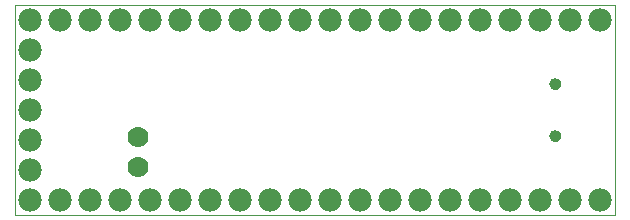
<source format=gbs>
G75*
G70*
%OFA0B0*%
%FSLAX24Y24*%
%IPPOS*%
%LPD*%
%AMOC8*
5,1,8,0,0,1.08239X$1,22.5*
%
%ADD10C,0.0000*%
%ADD11C,0.0394*%
%ADD12C,0.0700*%
%ADD13C,0.0780*%
D10*
X001050Y000150D02*
X001050Y007150D01*
X021050Y007150D01*
X021050Y000150D01*
X001050Y000150D01*
X018873Y002784D02*
X018875Y002810D01*
X018881Y002836D01*
X018891Y002861D01*
X018904Y002884D01*
X018920Y002904D01*
X018940Y002922D01*
X018962Y002937D01*
X018985Y002949D01*
X019011Y002957D01*
X019037Y002961D01*
X019063Y002961D01*
X019089Y002957D01*
X019115Y002949D01*
X019139Y002937D01*
X019160Y002922D01*
X019180Y002904D01*
X019196Y002884D01*
X019209Y002861D01*
X019219Y002836D01*
X019225Y002810D01*
X019227Y002784D01*
X019225Y002758D01*
X019219Y002732D01*
X019209Y002707D01*
X019196Y002684D01*
X019180Y002664D01*
X019160Y002646D01*
X019138Y002631D01*
X019115Y002619D01*
X019089Y002611D01*
X019063Y002607D01*
X019037Y002607D01*
X019011Y002611D01*
X018985Y002619D01*
X018961Y002631D01*
X018940Y002646D01*
X018920Y002664D01*
X018904Y002684D01*
X018891Y002707D01*
X018881Y002732D01*
X018875Y002758D01*
X018873Y002784D01*
X018873Y004516D02*
X018875Y004542D01*
X018881Y004568D01*
X018891Y004593D01*
X018904Y004616D01*
X018920Y004636D01*
X018940Y004654D01*
X018962Y004669D01*
X018985Y004681D01*
X019011Y004689D01*
X019037Y004693D01*
X019063Y004693D01*
X019089Y004689D01*
X019115Y004681D01*
X019139Y004669D01*
X019160Y004654D01*
X019180Y004636D01*
X019196Y004616D01*
X019209Y004593D01*
X019219Y004568D01*
X019225Y004542D01*
X019227Y004516D01*
X019225Y004490D01*
X019219Y004464D01*
X019209Y004439D01*
X019196Y004416D01*
X019180Y004396D01*
X019160Y004378D01*
X019138Y004363D01*
X019115Y004351D01*
X019089Y004343D01*
X019063Y004339D01*
X019037Y004339D01*
X019011Y004343D01*
X018985Y004351D01*
X018961Y004363D01*
X018940Y004378D01*
X018920Y004396D01*
X018904Y004416D01*
X018891Y004439D01*
X018881Y004464D01*
X018875Y004490D01*
X018873Y004516D01*
D11*
X019050Y004516D03*
X019050Y002784D03*
D12*
X005150Y002750D03*
X005150Y001750D03*
D13*
X005550Y000650D03*
X006550Y000650D03*
X007550Y000650D03*
X008550Y000650D03*
X009550Y000650D03*
X010550Y000650D03*
X011550Y000650D03*
X012550Y000650D03*
X013550Y000650D03*
X014550Y000650D03*
X015550Y000650D03*
X016550Y000650D03*
X017550Y000650D03*
X018550Y000650D03*
X019550Y000650D03*
X020550Y000650D03*
X004550Y000650D03*
X003550Y000650D03*
X002550Y000650D03*
X001550Y000650D03*
X001550Y001650D03*
X001550Y002650D03*
X001550Y003650D03*
X001550Y004650D03*
X001550Y005650D03*
X001550Y006650D03*
X002550Y006650D03*
X003550Y006650D03*
X004550Y006650D03*
X005550Y006650D03*
X006550Y006650D03*
X007550Y006650D03*
X008550Y006650D03*
X009550Y006650D03*
X010550Y006650D03*
X011550Y006650D03*
X012550Y006650D03*
X013550Y006650D03*
X014550Y006650D03*
X015550Y006650D03*
X016550Y006650D03*
X017550Y006650D03*
X018550Y006650D03*
X019550Y006650D03*
X020550Y006650D03*
M02*

</source>
